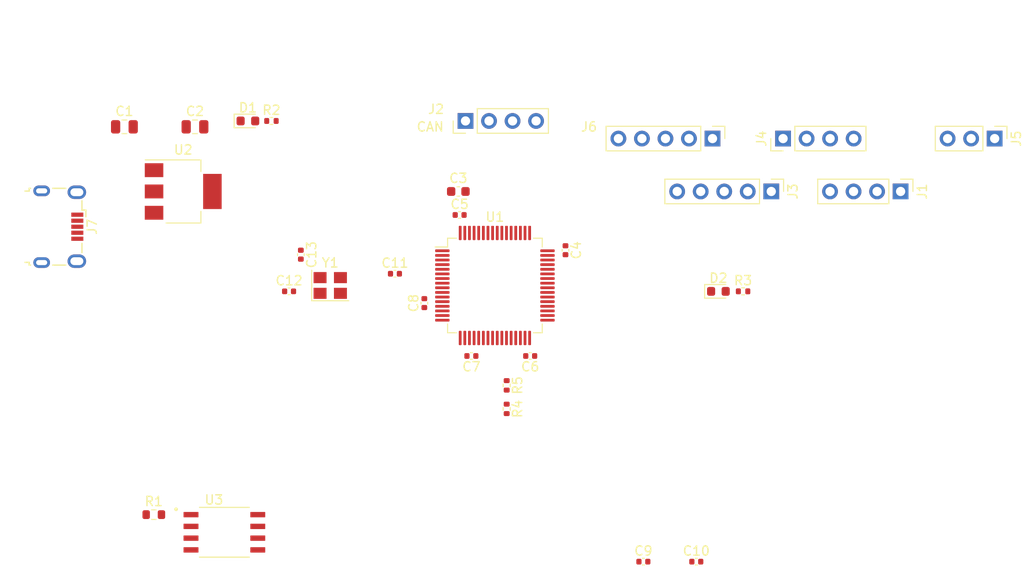
<source format=kicad_pcb>
(kicad_pcb (version 20211014) (generator pcbnew)
  (layers (0 "F.Cu" signal) (31 "B.Cu" signal) (34 "B.Paste" user) (35 "F.Paste" user) (36 "B.SilkS" user "B.Silkscreen") (37 "F.SilkS" user "F.Silkscreen") (38 "B.Mask" user) (39 "F.Mask" user) (44 "Edge.Cuts" user))
  (net 0 "")
  (net 1 "VBUS")
  (net 2 "Net-(C1-Pad2)")
  (net 3 "+3.3V")
  (net 4 "GND")
  (net 5 "Net-(C11-Pad1)")
  (net 6 "Net-(C12-Pad1)")
  (net 7 "Net-(C13-Pad1)")
  (net 8 "/PWR_LED_K")
  (net 9 "/USB_LED_K")
  (net 10 "Net-(D2-Pad2)")
  (net 11 "UART_TX")
  (net 12 "UART_RX")
  (net 13 "CAN_TX")
  (net 14 "CAN_RX")
  (net 15 "SPI_SCK")
  (net 16 "SPI_MISO")
  (net 17 "SPI_MOSI")
  (net 18 "I2C_SDA")
  (net 19 "I2C_SCL")
  (net 20 "SWDIO")
  (net 21 "SWCLK")
  (net 22 "GPIO_1")
  (net 23 "GPIO_2")
  (net 24 "GPIO_3")
  (net 25 "GPIO_4")
  (net 26 "GPIO_5")
  (net 27 "D-")
  (net 28 "D+")
  (net 31 "QSPI_NCS")
  (net 41 "QSPI_CLK")
  (net 44 "QSPI_IO_2")
  (net 45 "QSPI_IO_3")
  (net 48 "QSPI_IO_0")
  (net 49 "QSPI_IO_1")
  (footprint "Connector_PinHeader_2.54mm:PinHeader_1x04_P2.54mm_Vertical" (layer "F.Cu") (at 112.385 58.42 -90)
    (fp_text reference "J1" (at 0 -2.33 90) (layer "F.SilkS"))
    (fp_text value "UART")
    (fp_line (start -1.33 8.95) (end 1.33 8.95) (layer "F.SilkS") (width 0.12))
    (fp_line (start 1.33 1.27) (end 1.33 8.95) (layer "F.SilkS") (width 0.12))
    (fp_line (start -1.33 1.27) (end 1.33 1.27) (layer "F.SilkS") (width 0.12))
    (fp_line (start -1.33 -1.33) (end 0 -1.33) (layer "F.SilkS") (width 0.12))
    (fp_line (start -1.33 0) (end -1.33 -1.33) (layer "F.SilkS") (width 0.12))
    (fp_line (start -1.33 1.27) (end -1.33 8.95) (layer "F.SilkS") (width 0.12))
    (pad "1" thru_hole rect (at 0 0 270) (size 1.7 1.7) (drill 1) (layers *.Cu *.Mask) (net 3 "+3.3V"))
    (pad "2" thru_hole oval (at 0 2.54 270) (size 1.7 1.7) (drill 1) (layers *.Cu *.Mask) (net 11 "UART_TX"))
    (pad "3" thru_hole oval (at 0 5.08 270) (size 1.7 1.7) (drill 1) (layers *.Cu *.Mask) (net 12 "UART_RX"))
    (pad "4" thru_hole oval (at 0 7.62 270) (size 1.7 1.7) (drill 1) (layers *.Cu *.Mask) (net 4 "GND"))
  )
  (footprint "Capacitor_SMD:C_0805_2012Metric" (layer "F.Cu") (at 28.575 51.435)
    (fp_text reference "C1" (at 0 -1.68) (layer "F.SilkS"))
    (fp_text value "22uF")
    (fp_line (start -0.261252 0.735) (end 0.261252 0.735) (layer "F.SilkS") (width 0.12))
    (fp_line (start -0.261252 -0.735) (end 0.261252 -0.735) (layer "F.SilkS") (width 0.12))
    (pad "1" smd roundrect (at -0.95 0) (size 1 1.45) (layers "F.Cu" "F.Paste" "F.Mask") (net 1 "VBUS"))
    (pad "2" smd roundrect (at 0.95 0) (size 1 1.45) (layers "F.Cu" "F.Paste" "F.Mask") (net 2 "Net-(C1-Pad2)"))
  )
  (footprint "Resistor_SMD:R_0603_1608Metric" (layer "F.Cu") (at 31.75 93.345)
    (fp_text reference "R1" (at 0 -1.43) (layer "F.SilkS"))
    (fp_text value "10K")
    (fp_line (start -0.237258 -0.5225) (end 0.237258 -0.5225) (layer "F.SilkS") (width 0.12))
    (fp_line (start -0.237258 0.5225) (end 0.237258 0.5225) (layer "F.SilkS") (width 0.12))
    (pad "1" smd roundrect (at -0.825 0) (size 0.8 0.95) (layers "F.Cu" "F.Paste" "F.Mask") (net 3 "+3.3V"))
    (pad "2" smd roundrect (at 0.825 0) (size 0.8 0.95) (layers "F.Cu" "F.Paste" "F.Mask") (net 31 "QSPI_NCS"))
  )
  (footprint "Capacitor_SMD:C_0402_1005Metric" (layer "F.Cu") (at 72.39 76.2 180)
    (fp_text reference "C6" (at 0 -1.16) (layer "F.SilkS"))
    (fp_text value "100nF")
    (fp_line (start -0.107836 -0.36) (end 0.107836 -0.36) (layer "F.SilkS") (width 0.12))
    (fp_line (start -0.107836 0.36) (end 0.107836 0.36) (layer "F.SilkS") (width 0.12))
    (pad "1" smd roundrect (at -0.48 0 180) (size 0.56 0.62) (layers "F.Cu" "F.Paste" "F.Mask") (net 3 "+3.3V"))
    (pad "2" smd roundrect (at 0.48 0 180) (size 0.56 0.62) (layers "F.Cu" "F.Paste" "F.Mask") (net 4 "GND"))
  )
  (footprint "Connector_PinHeader_2.54mm:PinHeader_1x03_P2.54mm_Vertical" (layer "F.Cu") (at 122.54 52.705 -90)
    (fp_text reference "J5" (at 0 -2.33 90) (layer "F.SilkS"))
    (fp_text value "SWD")
    (fp_line (start -1.33 6.41) (end 1.33 6.41) (layer "F.SilkS") (width 0.12))
    (fp_line (start -1.33 1.27) (end -1.33 6.41) (layer "F.SilkS") (width 0.12))
    (fp_line (start -1.33 0) (end -1.33 -1.33) (layer "F.SilkS") (width 0.12))
    (fp_line (start -1.33 1.27) (end 1.33 1.27) (layer "F.SilkS") (width 0.12))
    (fp_line (start -1.33 -1.33) (end 0 -1.33) (layer "F.SilkS") (width 0.12))
    (fp_line (start 1.33 1.27) (end 1.33 6.41) (layer "F.SilkS") (width 0.12))
    (pad "1" thru_hole rect (at 0 0 270) (size 1.7 1.7) (drill 1) (layers *.Cu *.Mask) (net 20 "SWDIO"))
    (pad "2" thru_hole oval (at 0 2.54 270) (size 1.7 1.7) (drill 1) (layers *.Cu *.Mask) (net 21 "SWCLK"))
    (pad "3" thru_hole oval (at 0 5.08 270) (size 1.7 1.7) (drill 1) (layers *.Cu *.Mask) (net 4 "GND"))
  )
  (footprint "Resistor_SMD:R_0402_1005Metric" (layer "F.Cu") (at 95.375 69.215)
    (fp_text reference "R3" (at 0 -1.17) (layer "F.SilkS"))
    (fp_text value "1k5")
    (fp_line (start -0.153641 -0.38) (end 0.153641 -0.38) (layer "F.SilkS") (width 0.12))
    (fp_line (start -0.153641 0.38) (end 0.153641 0.38) (layer "F.SilkS") (width 0.12))
    (pad "1" smd roundrect (at -0.51 0) (size 0.54 0.64) (layers "F.Cu" "F.Paste" "F.Mask") (net 9 "/USB_LED_K"))
    (pad "2" smd roundrect (at 0.51 0) (size 0.54 0.64) (layers "F.Cu" "F.Paste" "F.Mask") (net 4 "GND"))
  )
  (footprint "Connector_PinHeader_2.54mm:PinHeader_1x04_P2.54mm_Vertical" (layer "F.Cu") (at 99.695 52.705 90)
    (fp_text reference "J4" (at 0 -2.33 90) (layer "F.SilkS"))
    (fp_text value "I2C")
    (fp_line (start -1.33 0) (end -1.33 -1.33) (layer "F.SilkS") (width 0.12))
    (fp_line (start -1.33 8.95) (end 1.33 8.95) (layer "F.SilkS") (width 0.12))
    (fp_line (start -1.33 1.27) (end -1.33 8.95) (layer "F.SilkS") (width 0.12))
    (fp_line (start -1.33 1.27) (end 1.33 1.27) (layer "F.SilkS") (width 0.12))
    (fp_line (start -1.33 -1.33) (end 0 -1.33) (layer "F.SilkS") (width 0.12))
    (fp_line (start 1.33 1.27) (end 1.33 8.95) (layer "F.SilkS") (width 0.12))
    (pad "1" thru_hole rect (at 0 0 90) (size 1.7 1.7) (drill 1) (layers *.Cu *.Mask) (net 4 "GND"))
    (pad "2" thru_hole oval (at 0 2.54 90) (size 1.7 1.7) (drill 1) (layers *.Cu *.Mask) (net 18 "I2C_SDA"))
    (pad "3" thru_hole oval (at 0 5.08 90) (size 1.7 1.7) (drill 1) (layers *.Cu *.Mask) (net 19 "I2C_SCL"))
    (pad "4" thru_hole oval (at 0 7.62 90) (size 1.7 1.7) (drill 1) (layers *.Cu *.Mask) (net 3 "+3.3V"))
  )
  (footprint "Capacitor_SMD:C_0402_1005Metric" (layer "F.Cu") (at 66.04 76.2 180)
    (fp_text reference "C7" (at 0 -1.16) (layer "F.SilkS"))
    (fp_text value "100nF")
    (fp_line (start -0.107836 0.36) (end 0.107836 0.36) (layer "F.SilkS") (width 0.12))
    (fp_line (start -0.107836 -0.36) (end 0.107836 -0.36) (layer "F.SilkS") (width 0.12))
    (pad "1" smd roundrect (at -0.48 0 180) (size 0.56 0.62) (layers "F.Cu" "F.Paste" "F.Mask") (net 3 "+3.3V"))
    (pad "2" smd roundrect (at 0.48 0 180) (size 0.56 0.62) (layers "F.Cu" "F.Paste" "F.Mask") (net 4 "GND"))
  )
  (footprint "Capacitor_SMD:C_0402_1005Metric" (layer "F.Cu") (at 60.96 70.485 90)
    (fp_text reference "C8" (at 0 -1.16 90) (layer "F.SilkS"))
    (fp_text value "100nF")
    (fp_line (start -0.107836 0.36) (end 0.107836 0.36) (layer "F.SilkS") (width 0.12))
    (fp_line (start -0.107836 -0.36) (end 0.107836 -0.36) (layer "F.SilkS") (width 0.12))
    (pad "1" smd roundrect (at -0.48 0 90) (size 0.56 0.62) (layers "F.Cu" "F.Paste" "F.Mask") (net 3 "+3.3V"))
    (pad "2" smd roundrect (at 0.48 0 90) (size 0.56 0.62) (layers "F.Cu" "F.Paste" "F.Mask") (net 4 "GND"))
  )
  (footprint "Resistor_SMD:R_0402_1005Metric" (layer "F.Cu") (at 44.45 50.8)
    (fp_text reference "R2" (at 0 -1.17) (layer "F.SilkS"))
    (fp_text value "1k5")
    (fp_line (start -0.153641 -0.38) (end 0.153641 -0.38) (layer "F.SilkS") (width 0.12))
    (fp_line (start -0.153641 0.38) (end 0.153641 0.38) (layer "F.SilkS") (width 0.12))
    (pad "1" smd roundrect (at -0.51 0) (size 0.54 0.64) (layers "F.Cu" "F.Paste" "F.Mask") (net 8 "/PWR_LED_K"))
    (pad "2" smd roundrect (at 0.51 0) (size 0.54 0.64) (layers "F.Cu" "F.Paste" "F.Mask") (net 2 "Net-(C1-Pad2)"))
  )
  (footprint "Capacitor_SMD:C_0402_1005Metric" (layer "F.Cu") (at 47.625 65.25 -90)
    (fp_text reference "C13" (at 0 -1.16 90) (layer "F.SilkS"))
    (fp_text value "10pF")
    (fp_line (start -0.107836 -0.36) (end 0.107836 -0.36) (layer "F.SilkS") (width 0.12))
    (fp_line (start -0.107836 0.36) (end 0.107836 0.36) (layer "F.SilkS") (width 0.12))
    (pad "1" smd roundrect (at -0.48 0 270) (size 0.56 0.62) (layers "F.Cu" "F.Paste" "F.Mask") (net 7 "Net-(C13-Pad1)"))
    (pad "2" smd roundrect (at 0.48 0 270) (size 0.56 0.62) (layers "F.Cu" "F.Paste" "F.Mask") (net 4 "GND"))
  )
  (footprint "Connector_PinHeader_2.54mm:PinHeader_1x05_P2.54mm_Vertical" (layer "F.Cu") (at 98.42 58.42 -90)
    (fp_text reference "J3" (at 0 -2.33 90) (layer "F.SilkS"))
    (fp_text value "SPI")
    (fp_line (start -1.33 1.27) (end -1.33 11.49) (layer "F.SilkS") (width 0.12))
    (fp_line (start -1.33 -1.33) (end 0 -1.33) (layer "F.SilkS") (width 0.12))
    (fp_line (start 1.33 1.27) (end 1.33 11.49) (layer "F.SilkS") (width 0.12))
    (fp_line (start -1.33 0) (end -1.33 -1.33) (layer "F.SilkS") (width 0.12))
    (fp_line (start -1.33 11.49) (end 1.33 11.49) (layer "F.SilkS") (width 0.12))
    (fp_line (start -1.33 1.27) (end 1.33 1.27) (layer "F.SilkS") (width 0.12))
    (pad "1" thru_hole rect (at 0 0 270) (size 1.7 1.7) (drill 1) (layers *.Cu *.Mask) (net 3 "+3.3V"))
    (pad "2" thru_hole oval (at 0 2.54 270) (size 1.7 1.7) (drill 1) (layers *.Cu *.Mask) (net 15 "SPI_SCK"))
    (pad "3" thru_hole oval (at 0 5.08 270) (size 1.7 1.7) (drill 1) (layers *.Cu *.Mask) (net 16 "SPI_MISO"))
    (pad "4" thru_hole oval (at 0 7.62 270) (size 1.7 1.7) (drill 1) (layers *.Cu *.Mask) (net 17 "SPI_MOSI"))
    (pad "5" thru_hole oval (at 0 10.16 270) (size 1.7 1.7) (drill 1) (layers *.Cu *.Mask) (net 4 "GND"))
  )
  (footprint "Capacitor_SMD:C_0603_1608Metric" (layer "F.Cu") (at 64.63 58.42)
    (fp_text reference "C3" (at 0 -1.43) (layer "F.SilkS"))
    (fp_text value "4.7uF")
    (fp_line (start -0.14058 -0.51) (end 0.14058 -0.51) (layer "F.SilkS") (width 0.12))
    (fp_line (start -0.14058 0.51) (end 0.14058 0.51) (layer "F.SilkS") (width 0.12))
    (pad "1" smd roundrect (at -0.775 0) (size 0.9 0.95) (layers "F.Cu" "F.Paste" "F.Mask") (net 3 "+3.3V"))
    (pad "2" smd roundrect (at 0.775 0) (size 0.9 0.95) (layers "F.Cu" "F.Paste" "F.Mask") (net 4 "GND"))
  )
  (footprint "Connector_USB:USB_Micro-B_Wuerth_629105150521" (layer "F.Cu") (at 21.59 62.23 -90)
    (fp_text reference "J7" (at 0 -3.5 90) (layer "F.SilkS"))
    (fp_text value "USB_B_Micro")
    (fp_line (start 4.15 3.3) (end 4.15 3.15) (layer "F.SilkS") (width 0.15))
    (fp_line (start -4.15 3.3) (end -3.85 3.3) (layer "F.SilkS") (width 0.15))
    (fp_line (start -4.15 3.15) (end -4.15 3.3) (layer "F.SilkS") (width 0.15))
    (fp_line (start 1.8 -2.4) (end 2.8 -2.4) (layer "F.SilkS") (width 0.15))
    (fp_line (start 4.15 0.75) (end 4.15 -0.65) (layer "F.SilkS") (width 0.15))
    (fp_line (start 3.85 3.75) (end 3.85 3.3) (layer "F.SilkS") (width 0.15))
    (fp_line (start -3.85 3.3) (end -3.85 3.75) (layer "F.SilkS") (width 0.15))
    (fp_line (start -4.15 -0.65) (end -4.15 0.75) (layer "F.SilkS") (width 0.15))
    (fp_line (start -1.075 -2.825) (end -1.8 -2.825) (layer "F.SilkS") (width 0.15))
    (fp_line (start 3.85 3.3) (end 4.15 3.3) (layer "F.SilkS") (width 0.15))
    (fp_line (start -1.8 -2.825) (end -1.8 -2.4) (layer "F.SilkS") (width 0.15))
    (fp_line (start -1.8 -2.4) (end -2.8 -2.4) (layer "F.SilkS") (width 0.15))
    (pad "" np_thru_hole oval (at 2.5 -0.8 270) (size 0.8 0.8) (drill 0.8) (layers *.Cu *.Mask))
    (pad "" np_thru_hole oval (at -2.5 -0.8 270) (size 0.8 0.8) (drill 0.8) (layers *.Cu *.Mask))
    (pad "1" smd rect (at -1.3 -1.9 270) (size 0.45 1.3) (layers "F.Cu" "F.Paste" "F.Mask") (net 1 "VBUS"))
    (pad "2" smd rect (at -0.65 -1.9 270) (size 0.45 1.3) (layers "F.Cu" "F.Paste" "F.Mask") (net 27 "D-"))
    (pad "3" smd rect (at 0 -1.9 270) (size 0.45 1.3) (layers "F.Cu" "F.Paste" "F.Mask") (net 28 "D+"))
    (pad "4" smd rect (at 0.65 -1.9 270) (size 0.45 1.3) (layers "F.Cu" "F.Paste" "F.Mask"))
    (pad "5" smd rect (at 1.3 -1.9 270) (size 0.45 1.3) (layers "F.Cu" "F.Paste" "F.Mask") (net 4 "GND"))
    (pad "6" thru_hole oval (at -3.875 1.95 270) (size 1.15 1.8) (drill oval 0.55 1.2) (layers *.Cu *.Mask))
    (pad "6" thru_hole oval (at -3.725 -1.85 270) (size 1.45 2) (drill oval 0.85 1.4) (layers *.Cu *.Mask))
    (pad "6" thru_hole oval (at 3.725 -1.85 270) (size 1.45 2) (drill oval 0.85 1.4) (layers *.Cu *.Mask))
    (pad "6" thru_hole oval (at 3.875 1.95 270) (size 1.15 1.8) (drill oval 0.55 1.2) (layers *.Cu *.Mask))
  )
  (footprint "Capacitor_SMD:C_0402_1005Metric" (layer "F.Cu") (at 76.2 64.77 -90)
    (fp_text reference "C4" (at 0 -1.16 90) (layer "F.SilkS"))
    (fp_text value "100nF")
    (fp_line (start -0.107836 0.36) (end 0.107836 0.36) (layer "F.SilkS") (width 0.12))
    (fp_line (start -0.107836 -0.36) (end 0.107836 -0.36) (layer "F.SilkS") (width 0.12))
    (pad "1" smd roundrect (at -0.48 0 270) (size 0.56 0.62) (layers "F.Cu" "F.Paste" "F.Mask") (net 3 "+3.3V"))
    (pad "2" smd roundrect (at 0.48 0 270) (size 0.56 0.62) (layers "F.Cu" "F.Paste" "F.Mask") (net 4 "GND"))
  )
  (footprint "Crystal:Crystal_SMD_3225-4Pin_3.2x2.5mm" (layer "F.Cu") (at 50.8 68.58)
    (fp_text reference "Y1" (at 0 -2.45) (layer "F.SilkS"))
    (fp_text value "16MHz")
    (fp_line (start -2 1.65) (end 2 1.65) (layer "F.SilkS") (width 0.12))
    (fp_line (start -2 -1.65) (end -2 1.65) (layer "F.SilkS") (width 0.12))
    (pad "1" smd rect (at -1.1 0.85) (size 1.4 1.2) (layers "F.Cu" "F.Paste" "F.Mask") (net 6 "Net-(C12-Pad1)"))
    (pad "2" smd rect (at 1.1 0.85) (size 1.4 1.2) (layers "F.Cu" "F.Paste" "F.Mask") (net 4 "GND"))
    (pad "3" smd rect (at 1.1 -0.85) (size 1.4 1.2) (layers "F.Cu" "F.Paste" "F.Mask") (net 7 "Net-(C13-Pad1)"))
    (pad "4" smd rect (at -1.1 -0.85) (size 1.4 1.2) (layers "F.Cu" "F.Paste" "F.Mask") (net 4 "GND"))
  )
  (footprint "Package_QFP:LQFP-64_10x10mm_P0.5mm" (layer "F.Cu") (at 68.58 68.58)
    (fp_text reference "U1" (at 0 -7.4) (layer "F.SilkS"))
    (fp_text value "STM32L433RCT6")
    (fp_line (start -4.16 5.11) (end -5.11 5.11) (layer "F.SilkS") (width 0.12))
    (fp_line (start -5.11 5.11) (end -5.11 4.16) (layer "F.SilkS") (width 0.12))
    (fp_line (start 5.11 5.11) (end 5.11 4.16) (layer "F.SilkS") (width 0.12))
    (fp_line (start -5.11 -4.16) (end -6.45 -4.16) (layer "F.SilkS") (width 0.12))
    (fp_line (start -4.16 -5.11) (end -5.11 -5.11) (layer "F.SilkS") (width 0.12))
    (fp_line (start 5.11 -5.11) (end 5.11 -4.16) (layer "F.SilkS") (width 0.12))
    (fp_line (start 4.16 -5.11) (end 5.11 -5.11) (layer "F.SilkS") (width 0.12))
    (fp_line (start 4.16 5.11) (end 5.11 5.11) (layer "F.SilkS") (width 0.12))
    (fp_line (start -5.11 -5.11) (end -5.11 -4.16) (layer "F.SilkS") (width 0.12))
    (pad "1" smd roundrect (at -5.675 -3.75) (size 1.55 0.3) (layers "F.Cu" "F.Paste" "F.Mask") (net 3 "+3.3V"))
    (pad "2" smd roundrect (at -5.675 -3.25) (size 1.55 0.3) (layers "F.Cu" "F.Paste" "F.Mask"))
    (pad "3" smd roundrect (at -5.675 -2.75) (size 1.55 0.3) (layers "F.Cu" "F.Paste" "F.Mask"))
    (pad "4" smd roundrect (at -5.675 -2.25) (size 1.55 0.3) (layers "F.Cu" "F.Paste" "F.Mask"))
    (pad "5" smd roundrect (at -5.675 -1.75) (size 1.55 0.3) (layers "F.Cu" "F.Paste" "F.Mask") (net 6 "Net-(C12-Pad1)"))
    (pad "6" smd roundrect (at -5.675 -1.25) (size 1.55 0.3) (layers "F.Cu" "F.Paste" "F.Mask") (net 7 "Net-(C13-Pad1)"))
    (pad "7" smd roundrect (at -5.675 -0.75) (size 1.55 0.3) (layers "F.Cu" "F.Paste" "F.Mask") (net 5 "Net-(C11-Pad1)"))
    (pad "8" smd roundrect (at -5.675 -0.25) (size 1.55 0.3) (layers "F.Cu" "F.Paste" "F.Mask"))
    (pad "9" smd roundrect (at -5.675 0.25) (size 1.55 0.3) (layers "F.Cu" "F.Paste" "F.Mask"))
    (pad "10" smd roundrect (at -5.675 0.75) (size 1.55 0.3) (layers "F.Cu" "F.Paste" "F.Mask"))
    (pad "11" smd roundrect (at -5.675 1.25) (size 1.55 0.3) (layers "F.Cu" "F.Paste" "F.Mask"))
    (pad "12" smd roundrect (at -5.675 1.75) (size 1.55 0.3) (layers "F.Cu" "F.Paste" "F.Mask") (net 4 "GND"))
    (pad "13" smd roundrect (at -5.675 2.25) (size 1.55 0.3) (layers "F.Cu" "F.Paste" "F.Mask") (net 3 "+3.3V"))
    (pad "14" smd roundrect (at -5.675 2.75) (size 1.55 0.3) (layers "F.Cu" "F.Paste" "F.Mask"))
    (pad "15" smd roundrect (at -5.675 3.25) (size 1.55 0.3) (layers "F.Cu" "F.Paste" "F.Mask"))
    (pad "16" smd roundrect (at -5.675 3.75) (size 1.55 0.3) (layers "F.Cu" "F.Paste" "F.Mask") (net 31 "QSPI_NCS"))
    (pad "17" smd roundrect (at -3.75 5.675) (size 0.3 1.55) (layers "F.Cu" "F.Paste" "F.Mask") (net 41 "QSPI_CLK"))
    (pad "18" smd roundrect (at -3.25 5.675) (size 0.3 1.55) (layers "F.Cu" "F.Paste" "F.Mask") (net 4 "GND"))
    (pad "19" smd roundrect (at -2.75 5.675) (size 0.3 1.55) (layers "F.Cu" "F.Paste" "F.Mask") (net 3 "+3.3V"))
    (pad "20" smd roundrect (at -2.25 5.675) (size 0.3 1.55) (layers "F.Cu" "F.Paste" "F.Mask"))
    (pad "21" smd roundrect (at -1.75 5.675) (size 0.3 1.55) (layers "F.Cu" "F.Paste" "F.Mask"))
    (pad "22" smd roundrect (at -1.25 5.675) (size 0.3 1.55) (layers "F.Cu" "F.Paste" "F.Mask") (net 44 "QSPI_IO_2"))
    (pad "23" smd roundrect (at -0.75 5.675) (size 0.3 1.55) (layers "F.Cu" "F.Paste" "F.Mask") (net 45 "QSPI_IO_3"))
    (pad "24" smd roundrect (at -0.25 5.675) (size 0.3 1.55) (layers "F.Cu" "F.Paste" "F.Mask"))
    (pad "25" smd roundrect (at 0.25 5.675) (size 0.3 1.55) (layers "F.Cu" "F.Paste" "F.Mask"))
    (pad "26" smd roundrect (at 0.75 5.675) (size 0.3 1.55) (layers "F.Cu" "F.Paste" "F.Mask") (net 48 "QSPI_IO_0"))
    (pad "27" smd roundrect (at 1.25 5.675) (size 0.3 1.55) (layers "F.Cu" "F.Paste" "F.Mask") (net 49 "QSPI_IO_1"))
    (pad "28" smd roundrect (at 1.75 5.675) (size 0.3 1.55) (layers "F.Cu" "F.Paste" "F.Mask"))
    (pad "29" smd roundrect (at 2.25 5.675) (size 0.3 1.55) (layers "F.Cu" "F.Paste" "F.Mask") (net 19 "I2C_SCL"))
    (pad "30" smd roundrect (at 2.75 5.675) (size 0.3 1.55) (layers "F.Cu" "F.Paste" "F.Mask") (net 18 "I2C_SDA"))
    (pad "31" smd roundrect (at 3.25 5.675) (size 0.3 1.55) (layers "F.Cu" "F.Paste" "F.Mask") (net 4 "GND"))
    (pad "32" smd roundrect (at 3.75 5.675) (size 0.3 1.55) (layers "F.Cu" "F.Paste" "F.Mask") (net 3 "+3.3V"))
    (pad "33" smd roundrect (at 5.675 3.75) (size 1.55 0.3) (layers "F.Cu" "F.Paste" "F.Mask"))
    (pad "34" smd roundrect (at 5.675 3.25) (size 1.55 0.3) (layers "F.Cu" "F.Paste" "F.Mask"))
    (pad "35" smd roundrect (at 5.675 2.75) (size 1.55 0.3) (layers "F.Cu" "F.Paste" "F.Mask"))
    (pad "36" smd roundrect (at 5.675 2.25) (size 1.55 0.3) (layers "F.Cu" "F.Paste" "F.Mask"))
    (pad "37" smd roundrect (at 5.675 1.75) (size 1.55 0.3) (layers "F.Cu" "F.Paste" "F.Mask"))
    (pad "38" smd roundrect (at 5.675 1.25) (size 1.55 0.3) (layers "F.Cu" "F.Paste" "F.Mask"))
    (pad "39" smd roundrect (at 5.675 0.75) (size 1.55 0.3) (layers "F.Cu" "F.Paste" "F.Mask"))
    (pad "40" smd roundrect (at 5.675 0.25) (size 1.55 0.3) (layers "F.Cu" "F.Paste" "F.Mask") (net 10 "Net-(D2-Pad2)"))
    (pad "41" smd roundrect (at 5.675 -0.25) (size 1.55 0.3) (layers "F.Cu" "F.Paste" "F.Mask"))
    (pad "42" smd roundrect (at 5.675 -0.75) (size 1.55 0.3) (layers "F.Cu" "F.Paste" "F.Mask") (net 11 "UART_TX"))
    (pad "43" smd roundrect (at 5.675 -1.25) (size 1.55 0.3) (layers "F.Cu" "F.Paste" "F.Mask") (net 12 "UART_RX"))
    (pad "44" smd roundrect (at 5.675 -1.75) (size 1.55 0.3) (layers "F.Cu" "F.Paste" "F.Mask") (net 27 "D-"))
    (pad "45" smd roundrect (at 5.675 -2.25) (size 1.55 0.3) (layers "F.Cu" "F.Paste" "F.Mask") (net 28 "D+"))
    (pad "46" smd roundrect (at 5.675 -2.75) (size 1.55 0.3) (layers "F.Cu" "F.Paste" "F.Mask") (net 20 "SWDIO"))
    (pad "47" smd roundrect (at 5.675 -3.25) (size 1.55 0.3) (layers "F.Cu" "F.Paste" "F.Mask") (net 4 "GND"))
    (pad "48" smd roundrect (at 5.675 -3.75) (size 1.55 0.3) (layers "F.Cu" "F.Paste" "F.Mask") (net 3 "+3.3V"))
    (pad "49" smd roundrect (at 3.75 -5.675) (size 0.3 1.55) (layers "F.Cu" "F.Paste" "F.Mask") (net 21 "SWCLK"))
    (pad "50" smd roundrect (at 3.25 -5.675) (size 0.3 1.55) (layers "F.Cu" "F.Paste" "F.Mask"))
    (pad "51" smd roundrect (at 2.75 -5.675) (size 0.3 1.55) (layers "F.Cu" "F.Paste" "F.Mask") (net 15 "SPI_SCK"))
    (pad "52" smd roundrect (at 2.25 -5.675) (size 0.3 1.55) (layers "F.Cu" "F.Paste" "F.Mask") (net 16 "SPI_MISO"))
    (pad "53" smd roundrect (at 1.75 -5.675) (size 0.3 1.55) (layers "F.Cu" "F.Paste" "F.Mask") (net 17 "SPI_MOSI"))
    (pad "54" smd roundrect (at 1.25 -5.675) (size 0.3 1.55) (layers "F.Cu" "F.Paste" "F.Mask"))
    (pad "55" smd roundrect (at 0.75 -5.675) (size 0.3 1.55) (layers "F.Cu" "F.Paste" "F.Mask") (net 22 "GPIO_1"))
    (pad "56" smd roundrect (at 0.25 -5.675) (size 0.3 1.55) (layers "F.Cu" "F.Paste" "F.Mask") (net 23 "GPIO_2"))
    (pad "57" smd roundrect (at -0.25 -5.675) (size 0.3 1.55) (layers "F.Cu" "F.Paste" "F.Mask") (net 24 "GPIO_3"))
    (pad "58" smd roundrect (at -0.75 -5.675) (size 0.3 1.55) (layers "F.Cu" "F.Paste" "F.Mask") (net 25 "GPIO_4"))
    (pad "59" smd roundrect (at -1.25 -5.675) (size 0.3 1.55) (layers "F.Cu" "F.Paste" "F.Mask") (net 26 "GPIO_5"))
    (pad "60" smd roundrect (at -1.75 -5.675) (size 0.3 1.55) (layers "F.Cu" "F.Paste" "F.Mask"))
    (pad "61" smd roundrect (at -2.25 -5.675) (size 0.3 1.55) (layers "F.Cu" "F.Paste" "F.Mask") (net 14 "CAN_RX"))
    (pad "62" smd roundrect (at -2.75 -5.675) (size 0.3 1.55) (layers "F.Cu" "F.Paste" "F.Mask") (net 13 "CAN_TX"))
    (pad "63" smd roundrect (at -3.25 -5.675) (size 0.3 1.55) (layers "F.Cu" "F.Paste" "F.Mask") (net 4 "GND"))
    (pad "64" smd roundrect (at -3.75 -5.675) (size 0.3 1.55) (layers "F.Cu" "F.Paste" "F.Mask") (net 3 "+3.3V"))
  )
  (footprint "Capacitor_SMD:C_0402_1005Metric" (layer "F.Cu") (at 90.325 98.425)
    (fp_text reference "C10" (at 0 -1.16) (layer "F.SilkS"))
    (fp_text value "1uF")
    (fp_line (start -0.107836 -0.36) (end 0.107836 -0.36) (layer "F.SilkS") (width 0.12))
    (fp_line (start -0.107836 0.36) (end 0.107836 0.36) (layer "F.SilkS") (width 0.12))
    (pad "1" smd roundrect (at -0.48 0) (size 0.56 0.62) (layers "F.Cu" "F.Paste" "F.Mask") (net 3 "+3.3V"))
    (pad "2" smd roundrect (at 0.48 0) (size 0.56 0.62) (layers "F.Cu" "F.Paste" "F.Mask") (net 4 "GND"))
  )
  (footprint "SOP:SOIC127P790X216-8N" (layer "F.Cu") (at 39.37 95.25)
    (fp_text reference "U3" (at -1.125 -3.502) (layer "F.SilkS"))
    (fp_text value "MX25V8035FM2I")
    (fp_line (start -2.69 2.69) (end 2.69 2.69) (layer "F.SilkS") (width 0.127))
    (fp_line (start -2.69 -2.69) (end 2.69 -2.69) (layer "F.SilkS") (width 0.127))
    (fp_circle (center -5.215 -2.485) (end -5.115 -2.485) (layer "F.SilkS") (width 0.2) (fill none))
    (pad "1" smd roundrect (at -3.605 -1.905) (size 1.61 0.58) (layers "F.Cu" "F.Paste" "F.Mask") (roundrect_rratio 0.07) (net 31 "QSPI_NCS"))
    (pad "2" smd roundrect (at -3.605 -0.635) (size 1.61 0.58) (layers "F.Cu" "F.Paste" "F.Mask") (roundrect_rratio 0.07) (net 49 "QSPI_IO_1"))
    (pad "3" smd roundrect (at -3.605 0.635) (size 1.61 0.58) (layers "F.Cu" "F.Paste" "F.Mask") (roundrect_rratio 0.07) (net 44 "QSPI_IO_2"))
    (pad "4" smd roundrect (at -3.605 1.905) (size 1.61 0.58) (layers "F.Cu" "F.Paste" "F.Mask") (roundrect_rratio 0.07) (net 4 "GND"))
    (pad "5" smd roundrect (at 3.605 1.905) (size 1.61 0.58) (layers "F.Cu" "F.Paste" "F.Mask") (roundrect_rratio 0.07) (net 48 "QSPI_IO_0"))
    (pad "6" smd roundrect (at 3.605 0.635) (size 1.61 0.58) (layers "F.Cu" "F.Paste" "F.Mask") (roundrect_rratio 0.07) (net 41 "QSPI_CLK"))
    (pad "7" smd roundrect (at 3.605 -0.635) (size 1.61 0.58) (layers "F.Cu" "F.Paste" "F.Mask") (roundrect_rratio 0.07) (net 45 "QSPI_IO_3"))
    (pad "8" smd roundrect (at 3.605 -1.905) (size 1.61 0.58) (layers "F.Cu" "F.Paste" "F.Mask") (roundrect_rratio 0.07) (net 3 "+3.3V"))
  )
  (footprint "LED_SMD:LED_0603_1608Metric" (layer "F.Cu") (at 92.71 69.215)
    (fp_text reference "D2" (at 0 -1.43) (layer "F.SilkS"))
    (fp_text value "YELLOW")
    (fp_line (start -1.485 -0.735) (end -1.485 0.735) (layer "F.SilkS") (width 0.12))
    (fp_line (start 0.8 -0.735) (end -1.485 -0.735) (layer "F.SilkS") (width 0.12))
    (fp_line (start -1.485 0.735) (end 0.8 0.735) (layer "F.SilkS") (width 0.12))
    (pad "1" smd roundrect (at -0.7875 0) (size 0.875 0.95) (layers "F.Cu" "F.Paste" "F.Mask") (net 9 "/USB_LED_K"))
    (pad "2" smd roundrect (at 0.7875 0) (size 0.875 0.95) (layers "F.Cu" "F.Paste" "F.Mask") (net 10 "Net-(D2-Pad2)"))
  )
  (footprint "Capacitor_SMD:C_0402_1005Metric" (layer "F.Cu") (at 64.77 60.96)
    (fp_text reference "C5" (at 0 -1.16) (layer "F.SilkS"))
    (fp_text value "100nF")
    (fp_line (start -0.107836 -0.36) (end 0.107836 -0.36) (layer "F.SilkS") (width 0.12))
    (fp_line (start -0.107836 0.36) (end 0.107836 0.36) (layer "F.SilkS") (width 0.12))
    (pad "1" smd roundrect (at -0.48 0) (size 0.56 0.62) (layers "F.Cu" "F.Paste" "F.Mask") (net 3 "+3.3V"))
    (pad "2" smd roundrect (at 0.48 0) (size 0.56 0.62) (layers "F.Cu" "F.Paste" "F.Mask") (net 4 "GND"))
  )
  (footprint "Connector_PinHeader_2.54mm:PinHeader_1x04_P2.54mm_Vertical" (layer "F.Cu") (at 65.405 50.8 90)
    (fp_text reference "J2" (at 1.27 -3.175 180) (layer "F.SilkS"))
    (fp_text value "CAN")
    (fp_line (start -1.33 -1.33) (end 0 -1.33) (layer "F.SilkS") (width 0.12))
    (fp_line (start -1.33 1.27) (end 1.33 1.27) (layer "F.SilkS") (width 0.12))
    (fp_line (start 1.33 1.27) (end 1.33 8.95) (layer "F.SilkS") (width 0.12))
    (fp_line (start -1.33 1.27) (end -1.33 8.95) (layer "F.SilkS") (width 0.12))
    (fp_line (start -1.33 8.95) (end 1.33 8.95) (layer "F.SilkS") (width 0.12))
    (fp_line (start -1.33 0) (end -1.33 -1.33) (layer "F.SilkS") (width 0.12))
    (pad "1" thru_hole rect (at 0 0 90) (size 1.7 1.7) (drill 1) (layers *.Cu *.Mask) (net 4 "GND"))
    (pad "2" thru_hole oval (at 0 2.54 90) (size 1.7 1.7) (drill 1) (layers *.Cu *.Mask) (net 13 "CAN_TX"))
    (pad "3" thru_hole oval (at 0 5.08 90) (size 1.7 1.7) (drill 1) (layers *.Cu *.Mask) (net 14 "CAN_RX"))
    (pad "4" thru_hole oval (at 0 7.62 90) (size 1.7 1.7) (drill 1) (layers *.Cu *.Mask) (net 3 "+3.3V"))
  )
  (footprint "Resistor_SMD:R_0402_1005Metric" (layer "F.Cu") (at 69.85 81.915 -90)
    (fp_text reference "R4" (at 0 -1.17 90) (layer "F.SilkS"))
    (fp_text value "1k5")
    (fp_line (start -0.153641 -0.38) (end 0.153641 -0.38) (layer "F.SilkS") (width 0.12))
    (fp_line (start -0.153641 0.38) (end 0.153641 0.38) (layer "F.SilkS") (width 0.12))
    (pad "1" smd roundrect (at -0.51 0 270) (size 0.54 0.64) (layers "F.Cu" "F.Paste" "F.Mask") (net 18 "I2C_SDA"))
    (pad "2" smd roundrect (at 0.51 0 270) (size 0.54 0.64) (layers "F.Cu" "F.Paste" "F.Mask") (net 3 "+3.3V"))
  )
  (footprint "Capacitor_SMD:C_0402_1005Metric" (layer "F.Cu") (at 84.61 98.425)
    (fp_text reference "C9" (at 0 -1.16) (layer "F.SilkS"))
    (fp_text value "10nF")
    (fp_line (start -0.107836 0.36) (end 0.107836 0.36) (layer "F.SilkS") (width 0.12))
    (fp_line (start -0.107836 -0.36) (end 0.107836 -0.36) (layer "F.SilkS") (width 0.12))
    (pad "1" smd roundrect (at -0.48 0) (size 0.56 0.62) (layers "F.Cu" "F.Paste" "F.Mask") (net 3 "+3.3V"))
    (pad "2" smd roundrect (at 0.48 0) (size 0.56 0.62) (layers "F.Cu" "F.Paste" "F.Mask") (net 4 "GND"))
  )
  (footprint "Connector_PinHeader_2.54mm:PinHeader_1x05_P2.54mm_Vertical" (layer "F.Cu") (at 92.075 52.705 -90)
    (fp_text reference "J6" (at -1.27 13.335) (layer "F.SilkS"))
    (fp_text value "GPIO")
    (fp_line (start -1.33 -1.33) (end 0 -1.33) (layer "F.SilkS") (width 0.12))
    (fp_line (start -1.33 1.27) (end -1.33 11.49) (layer "F.SilkS") (width 0.12))
    (fp_line (start 1.33 1.27) (end 1.33 11.49) (layer "F.SilkS") (width 0.12))
    (fp_line (start -1.33 1.27) (end 1.33 1.27) (layer "F.SilkS") (width 0.12))
    (fp_line (start -1.33 0) (end -1.33 -1.33) (layer "F.SilkS") (width 0.12))
    (fp_line (start -1.33 11.49) (end 1.33 11.49) (layer "F.SilkS") (width 0.12))
    (pad "1" thru_hole rect (at 0 0 270) (size 1.7 1.7) (drill 1) (layers *.Cu *.Mask) (net 22 "GPIO_1"))
    (pad "2" thru_hole oval (at 0 2.54 270) (size 1.7 1.7) (drill 1) (layers *.Cu *.Mask) (net 23 "GPIO_2"))
    (pad "3" thru_hole oval (at 0 5.08 270) (size 1.7 1.7) (drill 1) (layers *.Cu *.Mask) (net 24 "GPIO_3"))
    (pad "4" thru_hole oval (at 0 7.62 270) (size 1.7 1.7) (drill 1) (layers *.Cu *.Mask) (net 25 "GPIO_4"))
    (pad "5" thru_hole oval (at 0 10.16 270) (size 1.7 1.7) (drill 1) (layers *.Cu *.Mask) (net 26 "GPIO_5"))
  )
  (footprint "Capacitor_SMD:C_0402_1005Metric" (layer "F.Cu") (at 57.785 67.31)
    (fp_text reference "C11" (at 0 -1.16) (layer "F.SilkS"))
    (fp_text value "100nF")
    (fp_line (start -0.107836 0.36) (end 0.107836 0.36) (layer "F.SilkS") (width 0.12))
    (fp_line (start -0.107836 -0.36) (end 0.107836 -0.36) (layer "F.SilkS") (width 0.12))
    (pad "1" smd roundrect (at -0.48 0) (size 0.56 0.62) (layers "F.Cu" "F.Paste" "F.Mask") (net 5 "Net-(C11-Pad1)"))
    (pad "2" smd roundrect (at 0.48 0) (size 0.56 0.62) (layers "F.Cu" "F.Paste" "F.Mask") (net 4 "GND"))
  )
  (footprint "Package_TO_SOT_SMD:SOT-223-3_TabPin2" (layer "F.Cu") (at 34.925 58.42)
    (fp_text reference "U2" (at 0 -4.5) (layer "F.SilkS"))
    (fp_text value "AMS1117-3.3")
    (fp_line (start 1.91 -3.41) (end 1.91 -2.15) (layer "F.SilkS") (width 0.12))
    (fp_line (start 1.91 3.41) (end 1.91 2.15) (layer "F.SilkS") (width 0.12))
    (fp_line (start -1.85 3.41) (end 1.91 3.41) (layer "F.SilkS") (width 0.12))
    (fp_line (start -4.1 -3.41) (end 1.91 -3.41) (layer "F.SilkS") (width 0.12))
    (pad "1" smd rect (at -3.15 -2.3) (size 2 1.5) (layers "F.Cu" "F.Paste" "F.Mask") (net 4 "GND"))
    (pad "2" smd rect (at -3.15 0) (size 2 1.5) (layers "F.Cu" "F.Paste" "F.Mask") (net 3 "+3.3V"))
    (pad "2" smd rect (at 3.15 0) (size 2 3.8) (layers "F.Cu" "F.Paste" "F.Mask") (net 3 "+3.3V"))
    (pad "3" smd rect (at -3.15 2.3) (size 2 1.5) (layers "F.Cu" "F.Paste" "F.Mask") (net 1 "VBUS"))
  )
  (footprint "Resistor_SMD:R_0402_1005Metric" (layer "F.Cu") (at 69.85 79.375 -90)
    (fp_text reference "R5" (at 0 -1.17 90) (layer "F.SilkS"))
    (fp_text value "1k5")
    (fp_line (start -0.153641 0.38) (end 0.153641 0.38) (layer "F.SilkS") (width 0.12))
    (fp_line (start -0.153641 -0.38) (end 0.153641 -0.38) (layer "F.SilkS") (width 0.12))
    (pad "1" smd roundrect (at -0.51 0 270) (size 0.54 0.64) (layers "F.Cu" "F.Paste" "F.Mask") (net 19 "I2C_SCL"))
    (pad "2" smd roundrect (at 0.51 0 270) (size 0.54 0.64) (layers "F.Cu" "F.Paste" "F.Mask") (net 3 "+3.3V"))
  )
  (footprint "LED_SMD:LED_0603_1608Metric" (layer "F.Cu") (at 41.91 50.8)
    (fp_text reference "D1" (at 0 -1.43) (layer "F.SilkS"))
    (fp_text value "RED")
    (fp_line (start -1.485 -0.735) (end -1.485 0.735) (layer "F.SilkS") (width 0.12))
    (fp_line (start -1.485 0.735) (end 0.8 0.735) (layer "F.SilkS") (width 0.12))
    (fp_line (start 0.8 -0.735) (end -1.485 -0.735) (layer "F.SilkS") (width 0.12))
    (pad "1" smd roundrect (at -0.7875 0) (size 0.875 0.95) (layers "F.Cu" "F.Paste" "F.Mask") (net 8 "/PWR_LED_K"))
    (pad "2" smd roundrect (at 0.7875 0) (size 0.875 0.95) (layers "F.Cu" "F.Paste" "F.Mask") (net 3 "+3.3V"))
  )
  (footprint "Capacitor_SMD:C_0402_1005Metric" (layer "F.Cu") (at 46.355 69.215)
    (fp_text reference "C12" (at 0 -1.16) (layer "F.SilkS"))
    (fp_text value "10pF")
    (fp_line (start -0.107836 -0.36) (end 0.107836 -0.36) (layer "F.SilkS") (width 0.12))
    (fp_line (start -0.107836 0.36) (end 0.107836 0.36) (layer "F.SilkS") (width 0.12))
    (pad "1" smd roundrect (at -0.48 0) (size 0.56 0.62) (layers "F.Cu" "F.Paste" "F.Mask") (net 6 "Net-(C12-Pad1)"))
    (pad "2" smd roundrect (at 0.48 0) (size 0.56 0.62) (layers "F.Cu" "F.Paste" "F.Mask") (net 4 "GND"))
  )
  (footprint "Capacitor_SMD:C_0805_2012Metric" (layer "F.Cu") (at 36.195 51.435)
    (fp_text reference "C2" (at 0 -1.68) (layer "F.SilkS"))
    (fp_text value "22uF")
    (fp_line (start -0.261252 -0.735) (end 0.261252 -0.735) (layer "F.SilkS") (width 0.12))
    (fp_line (start -0.261252 0.735) (end 0.261252 0.735) (layer "F.SilkS") (width 0.12))
    (pad "1" smd roundrect (at -0.95 0) (size 1 1.45) (layers "F.Cu" "F.Paste" "F.Mask") (net 3 "+3.3V"))
    (pad "2" smd roundrect (at 0.95 0) (size 1 1.45) (layers "F.Cu" "F.Paste" "F.Mask") (net 2 "Net-(C1-Pad2)"))
  )
  (gr_text "CAN" (at 61.595 51.435) (layer "F.SilkS") (effects (font (size 1 1))))
)
</source>
